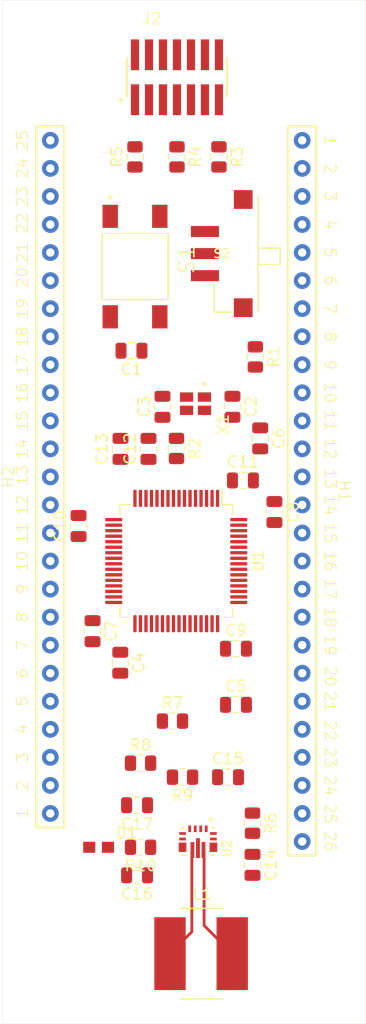
<source format=kicad_pcb>
(kicad_pcb (version 20221018) (generator pcbnew)
  (layers (0 "F.Cu" signal) (31 "B.Cu" signal) (34 "B.Paste" user) (35 "F.Paste" user) (36 "B.SilkS" user "B.Silkscreen") (37 "F.SilkS" user "F.Silkscreen") (38 "B.Mask" user) (39 "F.Mask" user) (44 "Edge.Cuts" user))
  (net 0 "")
  (net 1 "Net-(U1-NRST)")
  (net 2 "GND")
  (net 3 "Net-(U1-PH0)")
  (net 4 "Net-(C3-Pad1)")
  (net 5 "Net-(U1-VCAP_1)")
  (net 6 "Net-(U1-VCAP_2)")
  (net 7 "VDD")
  (net 8 "+VDC")
  (net 9 "Net-(U2-VAUX)")
  (net 10 "Net-(D1-Pad2)")
  (net 11 "Net-(U1-PB7)")
  (net 12 "Net-(U1-PB6)")
  (net 13 "Net-(U1-PB5)")
  (net 14 "Net-(U1-PB4)")
  (net 15 "Net-(U1-PB3)")
  (net 16 "Net-(U1-PB2)")
  (net 17 "Net-(U1-PB1)")
  (net 18 "Net-(U1-PB0)")
  (net 19 "Net-(U1-PA15)")
  (net 20 "Net-(U1-PA14)")
  (net 21 "Net-(U1-PA13)")
  (net 22 "Net-(U1-PA12)")
  (net 23 "Net-(U1-PA11)")
  (net 24 "Net-(U1-PA10)")
  (net 25 "Net-(U1-PA9)")
  (net 26 "Net-(U1-PA8)")
  (net 27 "Net-(U1-PA7)")
  (net 28 "Net-(U1-PA6)")
  (net 29 "Net-(U1-PA5)")
  (net 30 "Net-(U1-PA4)")
  (net 31 "Net-(U1-PA3)")
  (net 32 "Net-(U1-PA2)")
  (net 33 "Net-(U1-PA1)")
  (net 34 "Net-(U1-PA0)")
  (net 35 "Net-(U1-PD2)")
  (net 36 "Net-(U1-PC0)")
  (net 37 "Net-(U1-PC1)")
  (net 38 "Net-(U1-PC2)")
  (net 39 "Net-(U1-PC3)")
  (net 40 "Net-(U1-PC4)")
  (net 41 "Net-(U1-PC5)")
  (net 42 "Net-(U1-PC6)")
  (net 43 "Net-(U1-PC7)")
  (net 44 "Net-(U1-PC8)")
  (net 45 "Net-(U1-PC9)")
  (net 46 "Net-(U1-PC10)")
  (net 47 "Net-(U1-PC11)")
  (net 48 "Net-(U1-PC12)")
  (net 49 "Net-(U1-PC13)")
  (net 50 "Net-(U1-PC14)")
  (net 51 "Net-(U1-PC15)")
  (net 52 "Net-(U1-PB15)")
  (net 53 "Net-(U1-PB14)")
  (net 54 "Net-(U1-PB13)")
  (net 55 "Net-(U1-PB12)")
  (net 56 "Net-(U1-PB11)")
  (net 57 "Net-(U1-PB10)")
  (net 58 "Net-(U1-PB9)")
  (net 59 "Net-(U1-PB8)")
  (net 62 "Net-(J2-Pad03)")
  (net 65 "Net-(J2-Pad13)")
  (net 66 "Net-(J2-Pad14)")
  (net 67 "Net-(U2-L2)")
  (net 68 "Net-(U2-L1)")
  (net 69 "Net-(R1-Pad1)")
  (net 70 "Net-(U1-BOOT0)")
  (net 71 "Net-(U1-PH1)")
  (net 72 "Net-(U2-EN)")
  (net 73 "Net-(U2-FB)")
  (net 74 "Net-(U2-PG)")
  (footprint "Capacitor_SMD:C_0805_2012Metric" (layer "F.Cu") (at 145.37 108.59 90)
    (fp_text reference "C10" (at 0 -1.68 90) (layer "F.SilkS"))
    (fp_text value "100nF")
    (fp_line (start -0.261252 -0.735) (end 0.261252 -0.735) (stroke (width 0.12)) (layer "F.SilkS"))
    (fp_line (start -0.261252 0.735) (end 0.261252 0.735) (stroke (width 0.12)) (layer "F.SilkS"))
    (pad "1" smd roundrect (at -0.95 0 90) (size 1 1.45) (layers "F.Cu" "F.Paste" "F.Mask") (net 7 "VDD"))
    (pad "2" smd roundrect (at 0.95 0 90) (size 1 1.45) (layers "F.Cu" "F.Paste" "F.Mask") (net 2 "GND"))
  )
  (footprint "Resistor_SMD:R_0805_2012Metric" (layer "F.Cu") (at 151 130.065)
    (fp_text reference "R8" (at 0 -1.65) (layer "F.SilkS"))
    (fp_text value "100k")
    (fp_line (start -0.227064 -0.735) (end 0.227064 -0.735) (stroke (width 0.12)) (layer "F.SilkS"))
    (fp_line (start -0.227064 0.735) (end 0.227064 0.735) (stroke (width 0.12)) (layer "F.SilkS"))
    (pad "1" smd roundrect (at -0.9125 0) (size 1.025 1.4) (layers "F.Cu" "F.Paste" "F.Mask") (roundrect_rratio 0.243902) (net 2 "GND"))
    (pad "2" smd roundrect (at 0.9125 0) (size 1.025 1.4) (layers "F.Cu" "F.Paste" "F.Mask") (roundrect_rratio 0.243902) (net 73 "Net-(U2-FB)"))
  )
  (footprint "FTSH-107-01-L-DV-K:SAMTEC_FTSH-107-01-L-DV-K" (layer "F.Cu") (at 154.305 67.945)
    (fp_text reference "J2" (at -2.27 -5.315) (layer "F.SilkS"))
    (fp_text value "STDC14")
    (fp_line (start -4.53 -1.715) (end -4.53 -1.715) (stroke (width 0.2)) (layer "F.SilkS"))
    (fp_line (start -4.53 1.715) (end -4.53 -1.715) (stroke (width 0.2)) (layer "F.SilkS"))
    (fp_line (start -4.53 1.715) (end -4.53 1.715) (stroke (width 0.2)) (layer "F.SilkS"))
    (fp_line (start 4.53 -1.715) (end 4.53 -1.715) (stroke (width 0.2)) (layer "F.SilkS"))
    (fp_line (start 4.53 -1.715) (end 4.53 1.715) (stroke (width 0.2)) (layer "F.SilkS"))
    (fp_line (start 4.53 1.715) (end 4.53 1.715) (stroke (width 0.2)) (layer "F.SilkS"))
    (fp_circle (center -5.095 2.035) (end -4.995 2.035) (stroke (width 0.2)) (fill none) (layer "F.SilkS"))
    (pad "01" smd rect (at -3.81 2.035) (size 0.74 2.79) (layers "F.Cu" "F.Paste" "F.Mask"))
    (pad "02" smd rect (at -3.81 -2.035) (size 0.74 2.79) (layers "F.Cu" "F.Paste" "F.Mask"))
    (pad "03" smd rect (at -2.54 2.035) (size 0.74 2.79) (layers "F.Cu" "F.Paste" "F.Mask") (net 62 "Net-(J2-Pad03)"))
    (pad "04" smd rect (at -2.54 -2.035) (size 0.74 2.79) (layers "F.Cu" "F.Paste" "F.Mask") (net 21 "Net-(U1-PA13)"))
    (pad "05" smd rect (at -1.27 2.035) (size 0.74 2.79) (layers "F.Cu" "F.Paste" "F.Mask") (net 2 "GND"))
    (pad "06" smd rect (at -1.27 -2.035) (size 0.74 2.79) (layers "F.Cu" "F.Paste" "F.Mask") (net 20 "Net-(U1-PA14)"))
    (pad "07" smd rect (at 0 2.035) (size 0.74 2.79) (layers "F.Cu" "F.Paste" "F.Mask") (net 2 "GND"))
    (pad "08" smd rect (at 0 -2.035) (size 0.74 2.79) (layers "F.Cu" "F.Paste" "F.Mask") (net 15 "Net-(U1-PB3)"))
    (pad "09" smd rect (at 1.27 2.035) (size 0.74 2.79) (layers "F.Cu" "F.Paste" "F.Mask"))
    (pad "10" smd rect (at 1.27 -2.035) (size 0.74 2.79) (layers "F.Cu" "F.Paste" "F.Mask"))
    (pad "11" smd rect (at 2.54 2.035) (size 0.74 2.79) (layers "F.Cu" "F.Paste" "F.Mask") (net 2 "GND"))
    (pad "12" smd rect (at 2.54 -2.035) (size 0.74 2.79) (layers "F.Cu" "F.Paste" "F.Mask") (net 1 "Net-(U1-NRST)"))
    (pad "13" smd rect (at 3.81 2.035) (size 0.74 2.79) (layers "F.Cu" "F.Paste" "F.Mask") (net 65 "Net-(J2-Pad13)"))
    (pad "14" smd rect (at 3.81 -2.035) (size 0.74 2.79) (layers "F.Cu" "F.Paste" "F.Mask") (net 66 "Net-(J2-Pad14)"))
  )
  (footprint "Resistor_SMD:R_0805_2012Metric" (layer "F.Cu") (at 151 137.685 180)
    (fp_text reference "R10" (at 0 -1.65) (layer "F.SilkS"))
    (fp_text value "650")
    (fp_line (start -0.227064 -0.735) (end 0.227064 -0.735) (stroke (width 0.12)) (layer "F.SilkS"))
    (fp_line (start -0.227064 0.735) (end 0.227064 0.735) (stroke (width 0.12)) (layer "F.SilkS"))
    (pad "1" smd roundrect (at -0.9125 0 180) (size 1.025 1.4) (layers "F.Cu" "F.Paste" "F.Mask") (roundrect_rratio 0.243902) (net 7 "VDD"))
    (pad "2" smd roundrect (at 0.9125 0 180) (size 1.025 1.4) (layers "F.Cu" "F.Paste" "F.Mask") (roundrect_rratio 0.243902) (net 10 "Net-(D1-Pad2)"))
  )
  (footprint "24_PIN_HEADER:HDRV25" (layer "F.Cu") (at 142.81 104.14 90)
    (fp_text reference "H2" (at 0 -3.81 90 unlocked) (layer "F.SilkS") (effects (font (thickness 0.1))))
    (fp_text value "~")
    (fp_text user "7" (at -15.24 -2.54 90 unlocked) (layer "F.SilkS") (effects (font (thickness 0.1))))
    (fp_text user "5" (at -20.32 -2.54 90 unlocked) (layer "F.SilkS") (effects (font (thickness 0.1))))
    (fp_text user "4" (at -22.86 -2.54 90 unlocked) (layer "F.SilkS") (effects (font (thickness 0.1))))
    (fp_text user "12" (at -2.54 -2.54 90 unlocked) (layer "F.SilkS") (effects (font (thickness 0.1))))
    (fp_text user "14" (at 2.54 -2.54 90 unlocked) (layer "F.SilkS") (effects (font (thickness 0.1))))
    (fp_text user "2" (at -27.94 -2.54 90 unlocked) (layer "F.SilkS") (effects (font (thickness 0.1))))
    (fp_text user "9" (at -10.16 -2.54 90 unlocked) (layer "F.SilkS") (effects (font (thickness 0.1))))
    (fp_text user "11" (at -5.08 -2.54 90 unlocked) (layer "F.SilkS") (effects (font (thickness 0.1))))
    (fp_text user "24" (at 27.94 -2.54 90 unlocked) (layer "F.SilkS") (effects (font (thickness 0.1))))
    (fp_text user "8" (at -12.7 -2.54 90 unlocked) (layer "F.SilkS") (effects (font (thickness 0.1))))
    (fp_text user "16" (at 7.62 -2.54 90 unlocked) (layer "F.SilkS") (effects (font (thickness 0.1))))
    (fp_text user "20" (at 18.042876 -2.554113 90 unlocked) (layer "F.SilkS") (effects (font (thickness 0.1))))
    (fp_text user "25" (at 30.48 -2.54 90 unlocked) (layer "F.SilkS") (effects (font (thickness 0.1))))
    (fp_text user "22" (at 22.972909 -2.554113 90 unlocked) (layer "F.SilkS") (effects (font (thickness 0.1))))
    (fp_text user "10" (at -7.62 -2.54 90 unlocked) (layer "F.SilkS") (effects (font (thickness 0.1))))
    (fp_text user "17" (at 10.16 -2.54 90 unlocked) (layer "F.SilkS") (effects (font (thickness 0.1))))
    (fp_text user "21" (at 20.32 -2.54 90 unlocked) (layer "F.SilkS") (effects (font (thickness 0.1))))
    (fp_text user "19" (at 15.24 -2.54 90 unlocked) (layer "F.SilkS") (effects (font (thickness 0.1))))
    (fp_text user "6" (at -17.78 -2.54 90 unlocked) (layer "F.SilkS") (effects (font (thickness 0.1))))
    (fp_text user "3" (at -25.4 -2.54 90 unlocked) (layer "F.SilkS") (effects (font (thickness 0.1))))
    (fp_text user "18" (at 12.7 -2.54 90 unlocked) (layer "F.SilkS") (effects (font (thickness 0.1))))
    (fp_text user "15" (at 5.08 -2.54 90 unlocked) (layer "F.SilkS") (effects (font (thickness 0.1))))
    (fp_text user "23" (at 25.4 -2.54 90 unlocked) (layer "F.SilkS") (effects (font (thickness 0.1))))
    (fp_text user "13" (at 0.16408 -2.554113 90 unlocked) (layer "F.SilkS") (effects (font (thickness 0.1))))
    (fp_text user "1" (at -30.48 -2.54 90 unlocked) (layer "F.SilkS") (effects (font (thickness 0.1))))
    (fp_line (start -31.75 -1.27) (end 31.75 -1.27) (stroke (width 0.2032)) (layer "F.SilkS"))
    (fp_line (start -31.75 1.27) (end -31.75 -1.27) (stroke (width 0.2032)) (layer "F.SilkS"))
    (fp_line (start 31.75 -1.27) (end 31.75 1.27) (stroke (width 0.2032)) (layer "F.SilkS"))
    (fp_line (start 31.75 1.27) (end -31.75 1.27) (stroke (width 0.2032)) (layer "F.SilkS"))
    (pad "1" thru_hole circle (at -30.48 0 90) (size 1.524 1.524) (drill 0.762) (layers "*.Cu" "*.Mask") (net 35 "Net-(U1-PD2)"))
    (pad "2" thru_hole circle (at -27.94 0 90) (size 1.524 1.524) (drill 0.762) (layers "*.Cu" "*.Mask") (net 36 "Net-(U1-PC0)"))
    (pad "3" thru_hole circle (at -25.4 0 90) (size 1.524 1.524) (drill 0.762) (layers "*.Cu" "*.Mask") (net 37 "Net-(U1-PC1)"))
    (pad "4" thru_hole circle (at -22.86 0 90) (size 1.524 1.524) (drill 0.762) (layers "*.Cu" "*.Mask") (net 38 "Net-(U1-PC2)"))
    (pad "5" thru_hole circle (at -20.32 0 90) (size 1.524 1.524) (drill 0.762) (layers "*.Cu" "*.Mask") (net 39 "Net-(U1-PC3)"))
    (pad "6" thru_hole circle (at -17.78 0 90) (size 1.524 1.524) (drill 0.762) (layers "*.Cu" "*.Mask") (net 40 "Net-(U1-PC4)"))
    (pad "7" thru_hole circle (at -15.24 0 90) (size 1.524 1.524) (drill 0.762) (layers "*.Cu" "*.Mask") (net 41 "Net-(U1-PC5)"))
    (pad "8" thru_hole circle (at -12.7 0 90) (size 1.524 1.524) (drill 0.762) (layers "*.Cu" "*.Mask") (net 42 "Net-(U1-PC6)"))
    (pad "9" thru_hole circle (at -10.16 0 90) (size 1.524 1.524) (drill 0.762) (layers "*.Cu" "*.Mask") (net 43 "Net-(U1-PC7)"))
    (pad "10" thru_hole circle (at -7.62 0 90) (size 1.524 1.524) (drill 0.762) (layers "*.Cu" "*.Mask") (net 44 "Net-(U1-PC8)"))
    (pad "11" thru_hole circle (at -5.08 0 90) (size 1.524 1.524) (drill 0.762) (layers "*.Cu" "*.Mask") (net 45 "Net-(U1-PC9)"))
    (pad "12" thru_hole circle (at -2.54 0 90) (size 1.524 1.524) (drill 0.762) (layers "*.Cu" "*.Mask") (net 46 "Net-(U1-PC10)"))
    (pad "13" thru_hole circle (at 0 0 90) (size 1.524 1.524) (drill 0.762) (layers "*.Cu" "*.Mask") (net 47 "Net-(U1-PC11)"))
    (pad "14" thru_hole circle (at 2.54 0 90) (size 1.524 1.524) (drill 0.762) (layers "*.Cu" "*.Mask") (net 48 "Net-(U1-PC12)"))
    (pad "15" thru_hole circle (at 5.08 0 90) (size 1.524 1.524) (drill 0.762) (layers "*.Cu" "*.Mask") (net 49 "Net-(U1-PC13)"))
    (pad "16" thru_hole circle (at 7.62 0 90) (size 1.524 1.524) (drill 0.762) (layers "*.Cu" "*.Mask") (net 50 "Net-(U1-PC14)"))
    (pad "17" thru_hole circle (at 10.16 0 90) (size 1.524 1.524) (drill 0.762) (layers "*.Cu" "*.Mask") (net 51 "Net-(U1-PC15)"))
    (pad "18" thru_hole circle (at 12.7 0 90) (size 1.524 1.524) (drill 0.762) (layers "*.Cu" "*.Mask") (net 52 "Net-(U1-PB15)"))
    (pad "19" thru_hole circle (at 15.24 0 90) (size 1.524 1.524) (drill 0.762) (layers "*.Cu" "*.Mask") (net 53 "Net-(U1-PB14)"))
    (pad "20" thru_hole circle (at 17.78 0 90) (size 1.524 1.524) (drill 0.762) (layers "*.Cu" "*.Mask") (net 54 "Net-(U1-PB13)"))
    (pad "21" thru_hole circle (at 20.32 0 90) (size 1.524 1.524) (drill 0.762) (layers "*.Cu" "*.Mask") (net 55 "Net-(U1-PB12)"))
    (pad "22" thru_hole circle (at 22.86 0 90) (size 1.524 1.524) (drill 0.762) (layers "*.Cu" "*.Mask") (net 56 "Net-(U1-PB11)"))
    (pad "23" thru_hole circle (at 25.4 0 90) (size 1.524 1.524) (drill 0.762) (layers "*.Cu" "*.Mask") (net 57 "Net-(U1-PB10)"))
    (pad "24" thru_hole circle (at 27.94 0 90) (size 1.524 1.524) (drill 0.762) (layers "*.Cu" "*.Mask") (net 58 "Net-(U1-PB9)"))
    (pad "25" thru_hole circle (at 30.48 0 90) (size 1.524 1.524) (drill 0.762) (layers "*.Cu" "*.Mask") (net 59 "Net-(U1-PB8)"))
  )
  (footprint "Resistor_SMD:R_0805_2012Metric" (layer "F.Cu") (at 150.495 75.1575 90)
    (fp_text reference "R5" (at 0 -1.65 90) (layer "F.SilkS"))
    (fp_text value "0")
    (fp_line (start -0.227064 -0.735) (end 0.227064 -0.735) (stroke (width 0.12)) (layer "F.SilkS"))
    (fp_line (start -0.227064 0.735) (end 0.227064 0.735) (stroke (width 0.12)) (layer "F.SilkS"))
    (pad "1" smd roundrect (at -0.9125 0 90) (size 1.025 1.4) (layers "F.Cu" "F.Paste" "F.Mask") (roundrect_rratio 0.243902) (net 7 "VDD"))
    (pad "2" smd roundrect (at 0.9125 0 90) (size 1.025 1.4) (layers "F.Cu" "F.Paste" "F.Mask") (roundrect_rratio 0.243902) (net 62 "Net-(J2-Pad03)"))
  )
  (footprint "24_PIN_HEADER:HDRV26" (layer "F.Cu") (at 165.67 105.41 -90)
    (fp_text reference "H1" (at 0 -3.81 -90 unlocked) (layer "F.SilkS") (effects (font (thickness 0.1))))
    (fp_text value "~")
    (fp_text user "18" (at 11.43 -2.54 -90 unlocked) (layer "F.SilkS") (effects (font (thickness 0.1))))
    (fp_text user "3" (at -26.67 -2.54 -90 unlocked) (layer "F.SilkS") (effects (font (thickness 0.1))))
    (fp_text user "7" (at -16.51 -2.54 -90 unlocked) (layer "F.SilkS") (effects (font (thickness 0.1))))
    (fp_text user "5" (at -21.59 -2.54 -90 unlocked) (layer "F.SilkS") (effects (font (thickness 0.1))))
    (fp_text user "11" (at -6.35 -2.54 -90 unlocked) (layer "F.SilkS") (effects (font (thickness 0.1))))
    (fp_text user "24" (at 26.67 -2.54 -90 unlocked) (layer "F.SilkS") (effects (font (thickness 0.1))))
    (fp_text user "23" (at 24.13 -2.54 -90 unlocked) (layer "F.SilkS") (effects (font (thickness 0.1))))
    (fp_text user "1" (at -31.75 -2.54 -90 unlocked) (layer "F.SilkS") (effects (font (thickness 0.1))))
    (fp_text user "16" (at 6.35 -2.54 -90 unlocked) (layer "F.SilkS") (effects (font (thickness 0.1))))
    (fp_text user "4" (at -24.13 -2.54 -90 unlocked) (layer "F.SilkS") (effects (font (thickness 0.1))))
    (fp_text user "22" (at 21.702909 -2.554113 -90 unlocked) (layer "F.SilkS") (effects (font (thickness 0.1))))
    (fp_text user "14" (at 1.27 -2.54 -90 unlocked) (layer "F.SilkS") (effects (font (thickness 0.1))))
    (fp_text user "17" (at 8.89 -2.54 -90 unlocked) (layer "F.SilkS") (effects (font (thickness 0.1))))
    (fp_text user "25" (at 29.21 -2.54 -90 unlocked) (layer "F.SilkS") (effects (font (thickness 0.1))))
    (fp_text user "13" (at -1.10592 -2.554113 -90 unlocked) (layer "F.SilkS") (effects (font (thickness 0.1))))
    (fp_text user "8" (at -13.97 -2.54 -90 unlocked) (layer "F.SilkS") (effects (font (thickness 0.1))))
    (fp_text user "12" (at -3.81 -2.54 -90 unlocked) (layer "F.SilkS") (effects (font (thickness 0.1))))
    (fp_text user "20" (at 16.772876 -2.554113 -90 unlocked) (layer "F.SilkS") (effects (font (thickness 0.1))))
    (fp_text user "21" (at 19.05 -2.54 -90 unlocked) (layer "F.SilkS") (effects (font (thickness 0.1))))
    (fp_text user "15" (at 3.81 -2.54 -90 unlocked) (layer "F.SilkS") (effects (font (thickness 0.1))))
    (fp_text user "26" (at 31.75 -2.54 -90 unlocked) (layer "F.SilkS") (effects (font (thickness 0.1))))
    (fp_text user "19" (at 13.97 -2.54 -90 unlocked) (layer "F.SilkS") (effects (font (thickness 0.1))))
    (fp_text user "10" (at -8.89 -2.54 -90 unlocked) (layer "F.SilkS") (effects (font (thickness 0.1))))
    (fp_text user "9" (at -11.43 -2.54 -90 unlocked) (layer "F.SilkS") (effects (font (thickness 0.1))))
    (fp_text user "2" (at -29.21 -2.54 -90 unlocked) (layer "F.SilkS") (effects (font (thickness 0.1))))
    (fp_text user "6" (at -19.05 -2.54 -90 unlocked) (layer "F.SilkS") (effects (font (thickness 0.1))))
    (fp_line (start -33.02 -1.27) (end 33.02 -1.27) (stroke (width 0.2032)) (layer "F.SilkS"))
    (fp_line (start -33.02 1.27) (end -33.02 -1.27) (stroke (width 0.2032)) (layer "F.SilkS"))
    (fp_line (start 33.02 -1.27) (end 33.02 1.27) (stroke (width 0.2032)) (layer "F.SilkS"))
    (fp_line (start 33.02 1.27) (end -33.02 1.27) (stroke (width 0.2032)) (layer "F.SilkS"))
    (pad "1" thru_hole circle (at -31.75 0 270) (size 1.524 1.524) (drill 0.762) (layers "*.Cu" "*.Mask") (net 2 "GND"))
    (pad "2" thru_hole circle (at -29.21 0 270) (size 1.524 1.524) (drill 0.762) (layers "*.Cu" "*.Mask") (net 11 "Net-(U1-PB7)"))
    (pad "3" thru_hole circle (at -26.67 0 270) (size 1.524 1.524) (drill 0.762) (layers "*.Cu" "*.Mask") (net 12 "Net-(U1-PB6)"))
    (pad "4" thru_hole circle (at -24.13 0 270) (size 1.524 1.524) (drill 0.762) (layers "*.Cu" "*.Mask") (net 13 "Net-(U1-PB5)"))
    (pad "5" thru_hole circle (at -21.59 0 270) (size 1.524 1.524) (drill 0.762) (layers "*.Cu" "*.Mask") (net 14 "Net-(U1-PB4)"))
    (pad "6" thru_hole circle (at -19.05 0 270) (size 1.524 1.524) (drill 0.762) (layers "*.Cu" "*.Mask") (net 15 "Net-(U1-PB3)"))
    (pad "7" thru_hole circle (at -16.51 0 270) (size 1.524 1.524) (drill 0.762) (layers "*.Cu" "*.Mask") (net 16 "Net-(U1-PB2)"))
    (pad "8" thru_hole circle (at -13.97 0 270) (size 1.524 1.524) (drill 0.762) (layers "*.Cu" "*.Mask") (net 17 "Net-(U1-PB1)"))
    (pad "9" thru_hole circle (at -11.43 0 270) (size 1.524 1.524) (drill 0.762) (layers "*.Cu" "*.Mask") (net 18 "Net-(U1-PB0)"))
    (pad "10" thru_hole circle (at -8.89 0 270) (size 1.524 1.524) (drill 0.762) (layers "*.Cu" "*.Mask") (net 19 "Net-(U1-PA15)"))
    (pad "11" thru_hole circle (at -6.35 0 270) (size 1.524 1.524) (drill 0.762) (layers "*.Cu" "*.Mask") (net 20 "Net-(U1-PA14)"))
    (pad "12" thru_hole circle (at -3.81 0 270) (size 1.524 1.524) (drill 0.762) (layers "*.Cu" "*.Mask") (net 21 "Net-(U1-PA13)"))
    (pad "13" thru_hole circle (at -1.27 0 270) (size 1.524 1.524) (drill 0.762) (layers "*.Cu" "*.Mask") (net 22 "Net-(U1-PA12)"))
    (pad "14" thru_hole circle (at 1.27 0 270) (size 1.524 1.524) (drill 0.762) (layers "*.Cu" "*.Mask") (net 23 "Net-(U1-PA11)"))
    (pad "15" thru_hole circle (at 3.81 0 270) (size 1.524 1.524) (drill 0.762) (layers "*.Cu" "*.Mask") (net 24 "Net-(U1-PA10)"))
    (pad "16" thru_hole circle (at 6.35 0 270) (size 1.524 1.524) (drill 0.762) (layers "*.Cu" "*.Mask") (net 25 "Net-(U1-PA9)"))
    (pad "17" thru_hole circle (at 8.89 0 270) (size 1.524 1.524) (drill 0.762) (layers "*.Cu" "*.Mask") (net 26 "Net-(U1-PA8)"))
    (pad "18" thru_hole circle (at 11.43 0 270) (size 1.524 1.524) (drill 0.762) (layers "*.Cu" "*.Mask") (net 27 "Net-(U1-PA7)"))
    (pad "19" thru_hole circle (at 13.97 0 270) (size 1.524 1.524) (drill 0.762) (layers "*.Cu" "*.Mask") (net 28 "Net-(U1-PA6)"))
    (pad "20" thru_hole circle (at 16.51 0 270) (size 1.524 1.524) (drill 0.762) (layers "*.Cu" "*.Mask") (net 29 "Net-(U1-PA5)"))
    (pad "21" thru_hole circle (at 19.05 0 270) (size 1.524 1.524) (drill 0.762) (layers "*.Cu" "*.Mask") (net 30 "Net-(U1-PA4)"))
    (pad "22" thru_hole circle (at 21.59 0 270) (size 1.524 1.524) (drill 0.762) (layers "*.Cu" "*.Mask") (net 31 "Net-(U1-PA3)"))
    (pad "23" thru_hole circle (at 24.13 0 270) (size 1.524 1.524) (drill 0.762) (layers "*.Cu" "*.Mask") (net 32 "Net-(U1-PA2)"))
    (pad "24" thru_hole circle (at 26.67 0 270) (size 1.524 1.524) (drill 0.762) (layers "*.Cu" "*.Mask") (net 33 "Net-(U1-PA1)"))
    (pad "25" thru_hole circle (at 29.21 0 270) (size 1.524 1.524) (drill 0.762) (layers "*.Cu" "*.Mask") (net 34 "Net-(U1-PA0)"))
    (pad "26" thru_hole circle (at 31.75 0 270) (size 1.524 1.524) (drill 0.762) (layers "*.Cu" "*.Mask") (net 8 "+VDC"))
  )
  (footprint "Capacitor_SMD:C_0805_2012Metric" (layer "F.Cu") (at 152.99 97.79 90)
    (fp_text reference "C3" (at 0 -1.68 90) (layer "F.SilkS"))
    (fp_text value "14pF")
    (fp_line (start -0.261252 -0.735) (end 0.261252 -0.735) (stroke (width 0.12)) (layer "F.SilkS"))
    (fp_line (start -0.261252 0.735) (end 0.261252 0.735) (stroke (width 0.12)) (layer "F.SilkS"))
    (pad "1" smd roundrect (at -0.95 0 90) (size 1 1.45) (layers "F.Cu" "F.Paste" "F.Mask") (net 4 "Net-(C3-Pad1)"))
    (pad "2" smd roundrect (at 0.95 0 90) (size 1 1.45) (layers "F.Cu" "F.Paste" "F.Mask") (net 2 "GND"))
  )
  (footprint "Capacitor_SMD:C_0805_2012Metric" (layer "F.Cu") (at 161.16 139.275 -90)
    (fp_text reference "C14" (at 0 -1.68 90) (layer "F.SilkS"))
    (fp_text value "22uF")
    (fp_line (start -0.261252 -0.735) (end 0.261252 -0.735) (stroke (width 0.12)) (layer "F.SilkS"))
    (fp_line (start -0.261252 0.735) (end 0.261252 0.735) (stroke (width 0.12)) (layer "F.SilkS"))
    (pad "1" smd roundrect (at -0.95 0 270) (size 1 1.45) (layers "F.Cu" "F.Paste" "F.Mask") (net 8 "+VDC"))
    (pad "2" smd roundrect (at 0.95 0 270) (size 1 1.45) (layers "F.Cu" "F.Paste" "F.Mask") (net 2 "GND"))
  )
  (footprint "Capacitor_SMD:C_0805_2012Metric" (layer "F.Cu") (at 161.86 100.65 -90)
    (fp_text reference "C6" (at 0 -1.68 90) (layer "F.SilkS"))
    (fp_text value "10uF")
    (fp_line (start -0.261252 -0.735) (end 0.261252 -0.735) (stroke (width 0.12)) (layer "F.SilkS"))
    (fp_line (start -0.261252 0.735) (end 0.261252 0.735) (stroke (width 0.12)) (layer "F.SilkS"))
    (pad "1" smd roundrect (at -0.95 0 270) (size 1 1.45) (layers "F.Cu" "F.Paste" "F.Mask") (net 7 "VDD"))
    (pad "2" smd roundrect (at 0.95 0 270) (size 1 1.45) (layers "F.Cu" "F.Paste" "F.Mask") (net 2 "GND"))
  )
  (footprint "ABM10W-25.0000MHZ-7-D1X-T3:XTAL_ABM10W-25.0000MHZ-7-D1X-T3" (layer "F.Cu") (at 155.988 97.51 -90)
    (fp_text reference "X1" (at 1.9 -2.498 90) (layer "F.SilkS"))
    (fp_text value "25MHz")
    (fp_circle (center -1.775 -0.812) (end -1.675 -0.812) (stroke (width 0.2)) (fill none) (layer "F.SilkS"))
    (pad "1" smd rect (at -0.6 -0.812 270) (size 0.85 1.2) (layers "F.Cu" "F.Paste" "F.Mask") (net 3 "Net-(U1-PH0)"))
    (pad "2" smd rect (at -0.6 0.812 270) (size 0.85 1.2) (layers "F.Cu" "F.Paste" "F.Mask") (net 2 "GND"))
    (pad "3" smd rect (at 0.6 0.812 270) (size 0.85 1.2) (layers "F.Cu" "F.Paste" "F.Mask") (net 4 "Net-(C3-Pad1)"))
    (pad "4" smd rect (at 0.6 -0.812 270) (size 0.85 1.2) (layers "F.Cu" "F.Paste" "F.Mask") (net 2 "GND"))
  )
  (footprint "Capacitor_SMD:C_0805_2012Metric" (layer "F.Cu") (at 151.72 101.6 90)
    (fp_text reference "C12" (at 0 -1.68 90) (layer "F.SilkS"))
    (fp_text value "1uF")
    (fp_line (start -0.261252 -0.735) (end 0.261252 -0.735) (stroke (width 0.12)) (layer "F.SilkS"))
    (fp_line (start -0.261252 0.735) (end 0.261252 0.735) (stroke (width 0.12)) (layer "F.SilkS"))
    (pad "1" smd roundrect (at -0.95 0 90) (size 1 1.45) (layers "F.Cu" "F.Paste" "F.Mask") (net 7 "VDD"))
    (pad "2" smd roundrect (at 0.95 0 90) (size 1 1.45) (layers "F.Cu" "F.Paste" "F.Mask") (net 2 "GND"))
  )
  (footprint "Resistor_SMD:R_0805_2012Metric" (layer "F.Cu") (at 158.115 75.1575 -90)
    (fp_text reference "R3" (at 0 -1.65 90) (layer "F.SilkS"))
    (fp_text value "0")
    (fp_line (start -0.227064 -0.735) (end 0.227064 -0.735) (stroke (width 0.12)) (layer "F.SilkS"))
    (fp_line (start -0.227064 0.735) (end 0.227064 0.735) (stroke (width 0.12)) (layer "F.SilkS"))
    (pad "1" smd roundrect (at -0.9125 0 270) (size 1.025 1.4) (layers "F.Cu" "F.Paste" "F.Mask") (roundrect_rratio 0.243902) (net 66 "Net-(J2-Pad14)"))
    (pad "2" smd roundrect (at 0.9125 0 270) (size 1.025 1.4) (layers "F.Cu" "F.Paste" "F.Mask") (roundrect_rratio 0.243902) (net 46 "Net-(U1-PC10)"))
  )
  (footprint "Resistor_SMD:R_0805_2012Metric" (layer "F.Cu") (at 153.8975 126.255)
    (fp_text reference "R7" (at 0 -1.65) (layer "F.SilkS"))
    (fp_text value "309k")
    (fp_line (start -0.227064 -0.735) (end 0.227064 -0.735) (stroke (width 0.12)) (layer "F.SilkS"))
    (fp_line (start -0.227064 0.735) (end 0.227064 0.735) (stroke (width 0.12)) (layer "F.SilkS"))
    (pad "1" smd roundrect (at -0.9125 0) (size 1.025 1.4) (layers "F.Cu" "F.Paste" "F.Mask") (roundrect_rratio 0.243902) (net 73 "Net-(U2-FB)"))
    (pad "2" smd roundrect (at 0.9125 0) (size 1.025 1.4) (layers "F.Cu" "F.Paste" "F.Mask") (roundrect_rratio 0.243902) (net 7 "VDD"))
  )
  (footprint "Capacitor_SMD:C_0805_2012Metric" (layer "F.Cu") (at 146.64 118.11 -90)
    (fp_text reference "C7" (at 0 -1.68 90) (layer "F.SilkS"))
    (fp_text value "100nF")
    (fp_line (start -0.261252 -0.735) (end 0.261252 -0.735) (stroke (width 0.12)) (layer "F.SilkS"))
    (fp_line (start -0.261252 0.735) (end 0.261252 0.735) (stroke (width 0.12)) (layer "F.SilkS"))
    (pad "1" smd roundrect (at -0.95 0 270) (size 1 1.45) (layers "F.Cu" "F.Paste" "F.Mask") (net 7 "VDD"))
    (pad "2" smd roundrect (at 0.95 0 270) (size 1 1.45) (layers "F.Cu" "F.Paste" "F.Mask") (net 2 "GND"))
  )
  (footprint "Capacitor_SMD:C_0805_2012Metric" (layer "F.Cu") (at 150.175 92.71 180)
    (fp_text reference "C1" (at 0 -1.68) (layer "F.SilkS"))
    (fp_text value "100nF")
    (fp_line (start -0.261252 -0.735) (end 0.261252 -0.735) (stroke (width 0.12)) (layer "F.SilkS"))
    (fp_line (start -0.261252 0.735) (end 0.261252 0.735) (stroke (width 0.12)) (layer "F.SilkS"))
    (pad "1" smd roundrect (at -0.95 0 180) (size 1 1.45) (layers "F.Cu" "F.Paste" "F.Mask") (net 1 "Net-(U1-NRST)"))
    (pad "2" smd roundrect (at 0.95 0 180) (size 1 1.45) (layers "F.Cu" "F.Paste" "F.Mask") (net 2 "GND"))
  )
  (footprint "LTST-C191KGKT:0603" (layer "F.Cu") (at 147.19 137.685)
    (fp_text reference "D1" (at 2.544576 -1.272294) (layer "F.SilkS") (effects (font (size 1.001803 1.001803))))
    (fp_text value "LTST-C191KGKT")
    (pad "1" smd rect (at -0.85 0) (size 1.1 1) (layers "F.Cu" "F.Paste" "F.Mask") (net 2 "GND"))
    (pad "2" smd rect (at 0.85 0) (size 1.1 1) (layers "F.Cu" "F.Paste" "F.Mask") (net 10 "Net-(D1-Pad2)"))
  )
  (footprint "Capacitor_SMD:C_0805_2012Metric" (layer "F.Cu") (at 149.16 120.97 -90)
    (fp_text reference "C4" (at 0 -1.68 90) (layer "F.SilkS"))
    (fp_text value "2.2uF")
    (fp_line (start -0.261252 -0.735) (end 0.261252 -0.735) (stroke (width 0.12)) (layer "F.SilkS"))
    (fp_line (start -0.261252 0.735) (end 0.261252 0.735) (stroke (width 0.12)) (layer "F.SilkS"))
    (pad "1" smd roundrect (at -0.95 0 270) (size 1 1.45) (layers "F.Cu" "F.Paste" "F.Mask") (net 5 "Net-(U1-VCAP_1)"))
    (pad "2" smd roundrect (at 0.95 0 270) (size 1 1.45) (layers "F.Cu" "F.Paste" "F.Mask") (net 2 "GND"))
  )
  (footprint "Capacitor_SMD:C_0805_2012Metric" (layer "F.Cu") (at 160.29 104.46)
    (fp_text reference "C11" (at 0 -1.68) (layer "F.SilkS"))
    (fp_text value "100nF")
    (fp_line (start -0.261252 -0.735) (end 0.261252 -0.735) (stroke (width 0.12)) (layer "F.SilkS"))
    (fp_line (start -0.261252 0.735) (end 0.261252 0.735) (stroke (width 0.12)) (layer "F.SilkS"))
    (pad "1" smd roundrect (at -0.95 0) (size 1 1.45) (layers "F.Cu" "F.Paste" "F.Mask") (net 7 "VDD"))
    (pad "2" smd roundrect (at 0.95 0) (size 1 1.45) (layers "F.Cu" "F.Paste" "F.Mask") (net 2 "GND"))
  )
  (footprint "Capacitor_SMD:C_0805_2012Metric" (layer "F.Cu") (at 159.34 97.79 -90)
    (fp_text reference "C2" (at 0 -1.68 90) (layer "F.SilkS"))
    (fp_text value "14pF")
    (fp_line (start -0.261252 -0.735) (end 0.261252 -0.735) (stroke (width 0.12)) (layer "F.SilkS"))
    (fp_line (start -0.261252 0.735) (end 0.261252 0.735) (stroke (width 0.12)) (layer "F.SilkS"))
    (pad "1" smd roundrect (at -0.95 0 270) (size 1 1.45) (layers "F.Cu" "F.Paste" "F.Mask") (net 3 "Net-(U1-PH0)"))
    (pad "2" smd roundrect (at 0.95 0 270) (size 1 1.45) (layers "F.Cu" "F.Paste" "F.Mask") (net 2 "GND"))
  )
  (footprint "Resistor_SMD:R_0805_2012Metric" (layer "F.Cu") (at 161.16 135.5025 -90)
    (fp_text reference "R6" (at 0 -1.65 90) (layer "F.SilkS"))
    (fp_text value "10k")
    (fp_line (start -0.227064 -0.735) (end 0.227064 -0.735) (stroke (width 0.12)) (layer "F.SilkS"))
    (fp_line (start -0.227064 0.735) (end 0.227064 0.735) (stroke (width 0.12)) (layer "F.SilkS"))
    (pad "1" smd roundrect (at -0.9125 0 270) (size 1.025 1.4) (layers "F.Cu" "F.Paste" "F.Mask") (roundrect_rratio 0.243902) (net 8 "+VDC"))
    (pad "2" smd roundrect (at 0.9125 0 270) (size 1.025 1.4) (layers "F.Cu" "F.Paste" "F.Mask") (roundrect_rratio 0.243902) (net 72 "Net-(U2-EN)"))
  )
  (footprint "Capacitor_SMD:C_0805_2012Metric" (layer "F.Cu") (at 159.66 119.7)
    (fp_text reference "C9" (at 0 -1.68) (layer "F.SilkS"))
    (fp_text value "100nF")
    (fp_line (start -0.261252 -0.735) (end 0.261252 -0.735) (stroke (width 0.12)) (layer "F.SilkS"))
    (fp_line (start -0.261252 0.735) (end 0.261252 0.735) (stroke (width 0.12)) (layer "F.SilkS"))
    (pad "1" smd roundrect (at -0.95 0) (size 1 1.45) (layers "F.Cu" "F.Paste" "F.Mask") (net 7 "VDD"))
    (pad "2" smd roundrect (at 0.95 0) (size 1 1.45) (layers "F.Cu" "F.Paste" "F.Mask") (net 2 "GND"))
  )
  (footprint "Resistor_SMD:R_0805_2012Metric" (layer "F.Cu") (at 154.81 131.335 180)
    (fp_text reference "R9" (at 0 -1.65) (layer "F.SilkS"))
    (fp_text value "100k")
    (fp_line (start -0.227064 -0.735) (end 0.227064 -0.735) (stroke (width 0.12)) (layer "F.SilkS"))
    (fp_line (start -0.227064 0.735) (end 0.227064 0.735) (stroke (width 0.12)) (layer "F.SilkS"))
    (pad "1" smd roundrect (at -0.9125 0 180) (size 1.025 1.4) (layers "F.Cu" "F.Paste" "F.Mask") (roundrect_rratio 0.243902) (net 74 "Net-(U2-PG)"))
    (pad "2" smd roundrect (at 0.9125 0 180) (size 1.025 1.4) (layers "F.Cu" "F.Paste" "F.Mask") (roundrect_rratio 0.243902) (net 7 "VDD"))
  )
  (footprint "Resistor_SMD:R_0805_2012Metric" (layer "F.Cu") (at 161.42 93.2725 -90)
    (fp_text reference "R1" (at 0 -1.65 90) (layer "F.SilkS"))
    (fp_text value "10k")
    (fp_line (start -0.227064 -0.735) (end 0.227064 -0.735) (stroke (width 0.12)) (layer "F.SilkS"))
    (fp_line (start -0.227064 0.735) (end 0.227064 0.735) (stroke (width 0.12)) (layer "F.SilkS"))
    (pad "1" smd roundrect (at -0.9125 0 270) (size 1.025 1.4) (layers "F.Cu" "F.Paste" "F.Mask") (roundrect_rratio 0.243902) (net 69 "Net-(R1-Pad1)"))
    (pad "2" smd roundrect (at 0.9125 0 270) (size 1.025 1.4) (layers "F.Cu" "F.Paste" "F.Mask") (roundrect_rratio 0.243902) (net 70 "Net-(U1-BOOT0)"))
  )
  (footprint "TPS63070RNMR:VREG_TPS63070RNMR" (layer "F.Cu") (at 156.21 137.16 -90)
    (fp_text reference "U2" (at 0.64 -2.608 90) (layer "F.SilkS") (effects (font (size 0.8 0.8))))
    (fp_text value "TPS63070RNMR")
    (fp_line (start -1.25 -1.5) (end -1.25 -1.195) (stroke (width 0.127)) (layer "F.SilkS"))
    (fp_line (start -1.25 1.5) (end -1.25 1.195) (stroke (width 0.127)) (layer "F.SilkS"))
    (fp_line (start -1.17 -1.5) (end -1.25 -1.5) (stroke (width 0.127)) (layer "F.SilkS"))
    (fp_line (start -1.17 1.5) (end -1.25 1.5) (stroke (width 0.127)) (layer "F.SilkS"))
    (fp_line (start 1.17 -1.5) (end 1.25 -1.5) (stroke (width 0.127)) (layer "F.SilkS"))
    (fp_line (start 1.25 -1.5) (end 1.25 -0.995) (stroke (width 0.127)) (layer "F.SilkS"))
    (fp_line (start 1.25 0.995) (end 1.25 1.5) (stroke (width 0.127)) (layer "F.SilkS"))
    (fp_line (start 1.25 1.5) (end 1.17 1.5) (stroke (width 0.127)) (layer "F.SilkS"))
    (fp_circle (center -2 -1.15) (end -1.9 -1.15) (stroke (width 0.2)) (fill none) (layer "F.SilkS"))
    (pad "1" smd roundrect (at -1.15 -0.75 270) (size 0.6 0.25) (layers "F.Cu" "F.Paste") (roundrect_rratio 0.01) (net 8 "+VDC"))
    (pad "2" smd roundrect (at -1.15 -0.25 270) (size 0.6 0.25) (layers "F.Cu" "F.Paste") (roundrect_rratio 0.01) (net 74 "Net-(U2-PG)"))
    (pad "3" smd roundrect (at -1.15 0.25 270) (size 0.6 0.25) (layers "F.Cu" "F.Paste") (roundrect_rratio 0.01) (net 9 "Net-(U2-VAUX)"))
    (pad "4" smd roundrect (at -1.15 0.75 270) (size 0.6 0.25) (layers "F.Cu" "F.Paste") (roundrect_rratio 0.01) (net 2 "GND"))
    (pad "5" smd roundrect (at -0.725 1.4 270) (size 0.25 0.6) (layers "F.Cu" "F.Paste") (roundrect_rratio 0.01) (net 73 "Net-(U2-FB)"))
    (pad "6" smd roundrect (at -0.225 1.4 270) (size 0.25 0.6) (layers "F.Cu" "F.Paste") (roundrect_rratio 0.01) (net 2 "GND"))
    (pad "7_8" smd roundrect (at 0.525 1.4 270) (size 0.85 0.7) (layers "F.Cu") (roundrect_rratio 0.02) (net 7 "VDD"))
    (pad "9" smd roundrect (at 0.775 0.5 270) (size 1.45 0.35) (layers "F.Cu") (roundrect_rratio 0.01) (net 67 "Net-(U2-L2)"))
    (pad "10" smd roundrect (at 0.6 0 270) (size 1.8 0.35) (layers "F.Cu") (roundrect_rratio 0.01) (net 2 "GND"))
    (pad "11" smd roundrect (at 0.775 -0.5 270) (size 1.45 0.35) (layers "F.Cu") (roundrect_rratio 0.01) (net 68 "Net-(U2-L1)"))
    (pad "12_13" smd roundrect (at 0.525 -1.4 270) (size 0.85 0.7) (layers "F.Cu") (roundrect_rratio 0.02) (net 8 "+VDC"))
    (pad "14" smd roundrect (at -0.225 -1.4 270) (size 0.25 0.6) (layers "F.Cu" "F.Paste") (roundrect_rratio 0.01) (net 72 "Net-(U2-EN)"))
    (pad "15" smd roundrect (at -0.725 -1.4 270) (size 0.25 0.6) (layers "F.Cu" "F.Paste") (roundrect_rratio 0.01) (net 2 "GND"))
  )
  (footprint "Capacitor_SMD:C_0805_2012Metric" (layer "F.Cu") (at 158.94 131.335)
    (fp_text reference "C15" (at 0 -1.68) (layer "F.SilkS"))
    (fp_text value "100nF")
    (fp_line (start -0.261252 -0.735) (end 0.261252 -0.735) (stroke (width 0.12)) (layer "F.SilkS"))
    (fp_line (start -0.261252 0.735) (end 0.261252 0.735) (stroke (width 0.12)) (layer "F.SilkS"))
    (pad "1" smd roundrect (at -0.95 0) (size 1 1.45) (layers "F.Cu" "F.Paste" "F.Mask") (net 9 "Net-(U2-VAUX)"))
    (pad "2" smd roundrect (at 0.95 0) (size 1 1.45) (layers "F.Cu" "F.Paste" "F.Mask") (net 2 "GND"))
  )
  (footprint "TL3301AF160QG:SW_TL3301AF160QG" (layer "F.Cu") (at 150.495 85.09 -90)
    (fp_text reference "S1" (at -0.635 -4.699 90) (layer "F.SilkS") (effects (font (size 1.4 1.4))))
    (fp_text value "RESET")
    (fp_line (start -3 -3) (end -3 3) (stroke (width 0.127)) (layer "F.SilkS"))
    (fp_line (start -3 3) (end 3 3) (stroke (width 0.127)) (layer "F.SilkS"))
    (fp_line (start 3 -3) (end -3 -3) (stroke (width 0.127)) (layer "F.SilkS"))
    (fp_line (start 3 3) (end 3 -3) (stroke (width 0.127)) (layer "F.SilkS"))
    (fp_circle (center -6.25 2.25) (end -6.15 2.25) (stroke (width 0.2)) (fill none) (layer "F.SilkS"))
    (pad "1" smd rect (at -4.55 2.25 270) (size 2.1 1.4) (layers "F.Cu" "F.Paste" "F.Mask") (net 2 "GND"))
    (pad "2" smd rect (at 4.55 2.25 270) (size 2.1 1.4) (layers "F.Cu" "F.Paste" "F.Mask") (net 2 "GND"))
    (pad "3" smd rect (at -4.55 -2.25 270) (size 2.1 1.4) (layers "F.Cu" "F.Paste" "F.Mask") (net 1 "Net-(U1-NRST)"))
    (pad "4" smd rect (at 4.55 -2.25 270) (size 2.1 1.4) (layers "F.Cu" "F.Paste" "F.Mask") (net 1 "Net-(U1-NRST)"))
  )
  (footprint "Capacitor_SMD:C_0805_2012Metric" (layer "F.Cu") (at 159.66 124.78)
    (fp_text reference "C5" (at 0 -1.68) (layer "F.SilkS"))
    (fp_text value "2.2uF")
    (fp_line (start -0.261252 -0.735) (end 0.261252 -0.735) (stroke (width 0.12)) (layer "F.SilkS"))
    (fp_line (start -0.261252 0.735) (end 0.261252 0.735) (stroke (width 0.12)) (layer "F.SilkS"))
    (pad "1" smd roundrect (at -0.95 0) (size 1 1.45) (layers "F.Cu" "F.Paste" "F.Mask") (net 6 "Net-(U1-VCAP_2)"))
    (pad "2" smd roundrect (at 0.95 0) (size 1 1.45) (layers "F.Cu" "F.Paste" "F.Mask") (net 2 "GND"))
  )
  (footprint "Resistor_SMD:R_0805_2012Metric" (layer "F.Cu") (at 154.305 75.1575 -90)
    (fp_text reference "R4" (at 0 -1.65 90) (layer "F.SilkS"))
    (fp_text value "0")
    (fp_line (start -0.227064 -0.735) (end 0.227064 -0.735) (stroke (width 0.12)) (layer "F.SilkS"))
    (fp_line (start -0.227064 0.735) (end 0.227064 0.735) (stroke (width 0.12)) (layer "F.SilkS"))
    (pad "1" smd roundrect (at -0.9125 0 270) (size 1.025 1.4) (layers "F.Cu" "F.Paste" "F.Mask") (roundrect_rratio 0.243902) (net 65 "Net-(J2-Pad13)"))
    (pad "2" smd roundrect (at 0.9125 0 270) (size 1.025 1.4) (layers "F.Cu" "F.Paste" "F.Mask") (roundrect_rratio 0.243902) (net 47 "Net-(U1-PC11)"))
  )
  (footprint "Inductor_SMD:L_Bourns_SRN8040TA" (layer "F.Cu") (at 156.495 147.32)
    (fp_text reference "L1" (at 0.1 -5.4) (layer "F.SilkS"))
    (fp_text value "1.5uH")
    (fp_line (start 2 -4.1) (end -2 -4.1) (stroke (width 0.12)) (layer "F.SilkS"))
    (fp_line (start 2 4.1) (end -2 4.1) (stroke (width 0.12)) (layer "F.SilkS"))
    (pad "1" smd rect (at -2.825 0 270) (size 6.6 2.85) (layers "F.Cu" "F.Paste" "F.Mask") (net 67 "Net-(U2-L2)"))
    (pad "2" smd rect (at 2.825 0 270) (size 6.6 2.85) (layers "F.Cu" "F.Paste" "F.Mask") (net 68 "Net-(U2-L1)"))
  )
  (footprint "Capacitor_SMD:C_0805_2012Metric" (layer "F.Cu") (at 150.68 140.225 180)
    (fp_text reference "C16" (at 0 -1.68) (layer "F.SilkS"))
    (fp_text value "10uF")
    (fp_line (start -0.261252 -0.735) (end 0.261252 -0.735) (stroke (width 0.12)) (layer "F.SilkS"))
    (fp_line (start -0.261252 0.735) (end 0.261252 0.735) (stroke (width 0.12)) (layer "F.SilkS"))
    (pad "1" smd roundrect (at -0.95 0 180) (size 1 1.45) (layers "F.Cu" "F.Paste" "F.Mask") (net 7 "VDD"))
    (pad "2" smd roundrect (at 0.95 0 180) (size 1 1.45) (layers "F.Cu" "F.Paste" "F.Mask") (net 2 "GND"))
  )
  (footprint "Capacitor_SMD:C_0805_2012Metric" (layer "F.Cu") (at 150.68 133.875 180)
    (fp_text reference "C17" (at 0 -1.68) (layer "F.SilkS"))
    (fp_text value "47uF")
    (fp_line (start -0.261252 -0.735) (end 0.261252 -0.735) (stroke (width 0.12)) (layer "F.SilkS"))
    (fp_line (start -0.261252 0.735) (end 0.261252 0.735) (stroke (width 0.12)) (layer "F.SilkS"))
    (pad "1" smd roundrect (at -0.95 0 180) (size 1 1.45) (layers "F.Cu" "F.Paste" "F.Mask") (net 7 "VDD"))
    (pad "2" smd roundrect (at 0.95 0 180) (size 1 1.45) (layers "F.Cu" "F.Paste" "F.Mask") (net 2 "GND"))
  )
  (footprint "Resistor_SMD:R_0805_2012Metric" (layer "F.Cu") (at 154.26 101.5625 -90)
    (fp_text reference "R2" (at 0 -1.65 90) (layer "F.SilkS"))
    (fp_text value "454")
    (fp_line (start -0.227064 -0.735) (end 0.227064 -0.735) (stroke (width 0.12)) (layer "F.SilkS"))
    (fp_line (start -0.227064 0.735) (end 0.227064 0.735) (stroke (width 0.12)) (layer "F.SilkS"))
    (pad "1" smd roundrect (at -0.9125 0 270) (size 1.025 1.4) (layers "F.Cu" "F.Paste" "F.Mask") (roundrect_rratio 0.243902) (net 4 "Net-(C3-Pad1)"))
    (pad "2" smd roundrect (at 0.9125 0 270) (size 1.025 1.4) (layers "F.Cu" "F.Paste" "F.Mask") (roundrect_rratio 0.243902) (net 71 "Net-(U1-PH1)"))
  )
  (footprint "Capacitor_SMD:C_0805_2012Metric" (layer "F.Cu") (at 163.15 107.32 -90)
    (fp_text reference "C8" (at 0 -1.68 90) (layer "F.SilkS"))
    (fp_text value "100nF")
    (fp_line (start -0.261252 -0.735) (end 0.261252 -0.735) (stroke (width 0.12)) (layer "F.SilkS"))
    (fp_line (start -0.261252 0.735) (end 0.261252 0.735) (stroke (width 0.12)) (layer "F.SilkS"))
    (pad "1" smd roundrect (at -0.95 0 270) (size 1 1.45) (layers "F.Cu" "F.Paste" "F.Mask") (net 7 "VDD"))
    (pad "2" smd roundrect (at 0.95 0 270) (size 1 1.45) (layers "F.Cu" "F.Paste" "F.Mask") (net 2 "GND"))
  )
  (footprint "SS312SAH4-R:SW_SS312SAH4-R" (layer "F.Cu") (at 158.37 83.915 180)
    (fp_text reference "S2" (at 0 0) (layer "F.SilkS") (effects (font (size 0.787402 0.787402))))
    (fp_text value "SS312SAH4-R")
    (fp_line (start -5.3 -1) (end -5.3 0.5) (stroke (width 0.127)) (layer "F.SilkS"))
    (fp_line (start -5.3 0.5) (end -3.3 0.5) (stroke (width 0.127)) (layer "F.SilkS"))
    (fp_line (start -3.3 -5.25) (end -3.3 -1) (stroke (width 0.127)) (layer "F.SilkS"))
    (fp_line (start -3.3 -1) (end -5.3 -1) (stroke (width 0.127)) (layer "F.SilkS"))
    (fp_line (start -3.3 -1) (end -3.3 0.5) (stroke (width 0.127)) (layer "F.SilkS"))
    (fp_line (start -3.3 0.5) (end -3.3 1) (stroke (width 0.127)) (layer "F.SilkS"))
    (fp_line (start -3.3 1) (end -3.3 5.25) (stroke (width 0.127)) (layer "F.SilkS"))
    (fp_line (start -0.8 -5.3) (end 0.7 -5.3) (stroke (width 0.127)) (layer "F.SilkS"))
    (fp_line (start 0.7 -5.3) (end 0.7 -2.8) (stroke (width 0.127)) (layer "F.SilkS"))
    (pad "1" smd rect (at 1.525 2 180) (size 2.55 1) (layers "F.Cu" "F.Paste" "F.Mask") (net 2 "GND"))
    (pad "2" smd rect (at 1.525 0 180) (size 2.55 1) (layers "F.Cu" "F.Paste" "F.Mask") (net 69 "Net-(R1-Pad1)"))
    (pad "3" smd rect (at 1.525 -2 180) (size 2.55 1) (layers "F.Cu" "F.Paste" "F.Mask") (net 7 "VDD"))
    (pad "P$1" smd rect (at -1.95 4.9 180) (size 1.7 1.7) (layers "F.Cu" "F.Paste" "F.Mask"))
    (pad "P$2" smd rect (at -1.95 -4.9 180) (size 1.7 1.7) (layers "F.Cu" "F.Paste" "F.Mask"))
  )
  (footprint "Package_QFP:LQFP-64_10x10mm_P0.5mm" (layer "F.Cu") (at 154.24 111.76 -90)
    (fp_text reference "U1" (at 0 -7.4 90) (layer "F.SilkS"))
    (fp_text value "STM32F405RGTx")
    (fp_line (start -5.11 -5.11) (end -5.11 -4.16) (stroke (width 0.12)) (layer "F.SilkS"))
    (fp_line (start -5.11 -4.16) (end -6.45 -4.16) (stroke (width 0.12)) (layer "F.SilkS"))
    (fp_line (start -5.11 5.11) (end -5.11 4.16) (stroke (width 0.12)) (layer "F.SilkS"))
    (fp_line (start -4.16 -5.11) (end -5.11 -5.11) (stroke (width 0.12)) (layer "F.SilkS"))
    (fp_line (start -4.16 5.11) (end -5.11 5.11) (stroke (width 0.12)) (layer "F.SilkS"))
    (fp_line (start 4.16 -5.11) (end 5.11 -5.11) (stroke (width 0.12)) (layer "F.SilkS"))
    (fp_line (start 4.16 5.11) (end 5.11 5.11) (stroke (width 0.12)) (layer "F.SilkS"))
    (fp_line (start 5.11 -5.11) (end 5.11 -4.16) (stroke (width 0.12)) (layer "F.SilkS"))
    (fp_line (start 5.11 5.11) (end 5.11 4.16) (stroke (width 0.12)) (layer "F.SilkS"))
    (pad "1" smd roundrect (at -5.675 -3.75 270) (size 1.55 0.3) (layers "F.Cu" "F.Paste" "F.Mask") (net 7 "VDD"))
    (pad "2" smd roundrect (at -5.675 -3.25 270) (size 1.55 0.3) (layers "F.Cu" "F.Paste" "F.Mask") (net 49 "Net-(U1-PC13)"))
    (pad "3" smd roundrect (at -5.675 -2.75 270) (size 1.55 0.3) (layers "F.Cu" "F.Paste" "F.Mask") (net 50 "Net-(U1-PC14)"))
    (pad "4" smd roundrect (at -5.675 -2.25 270) (size 1.55 0.3) (layers "F.Cu" "F.Paste" "F.Mask") (net 51 "Net-(U1-PC15)"))
    (pad "5" smd roundrect (at -5.675 -1.75 270) (size 1.55 0.3) (layers "F.Cu" "F.Paste" "F.Mask") (net 3 "Net-(U1-PH0)"))
    (pad "6" smd roundrect (at -5.675 -1.25 270) (size 1.55 0.3) (layers "F.Cu" "F.Paste" "F.Mask") (net 71 "Net-(U1-PH1)"))
    (pad "7" smd roundrect (at -5.675 -0.75 270) (size 1.55 0.3) (layers "F.Cu" "F.Paste" "F.Mask") (net 1 "Net-(U1-NRST)"))
    (pad "8" smd roundrect (at -5.675 -0.25 270) (size 1.55 0.3) (layers "F.Cu" "F.Paste" "F.Mask") (net 36 "Net-(U1-PC0)"))
    (pad "9" smd roundrect (at -5.675 0.25 270) (size 1.55 0.3) (layers "F.Cu" "F.Paste" "F.Mask") (net 37 "Net-(U1-PC1)"))
    (pad "10" smd roundrect (at -5.675 0.75 270) (size 1.55 0.3) (layers "F.Cu" "F.Paste" "F.Mask") (net 38 "Net-(U1-PC2)"))
    (pad "11" smd roundrect (at -5.675 1.25 270) (size 1.55 0.3) (layers "F.Cu" "F.Paste" "F.Mask") (net 39 "Net-(U1-PC3)"))
    (pad "12" smd roundrect (at -5.675 1.75 270) (size 1.55 0.3) (layers "F.Cu" "F.Paste" "F.Mask") (net 2 "GND"))
    (pad "13" smd roundrect (at -5.675 2.25 270) (size 1.55 0.3) (layers "F.Cu" "F.Paste" "F.Mask") (net 7 "VDD"))
    (pad "14" smd roundrect (at -5.675 2.75 270) (size 1.55 0.3) (layers "F.Cu" "F.Paste" "F.Mask") (net 34 "Net-(U1-PA0)"))
    (pad "15" smd roundrect (at -5.675 3.25 270) (size 1.55 0.3) (layers "F.Cu" "F.Paste" "F.Mask") (net 33 "Net-(U1-PA1)"))
    (pad "16" smd roundrect (at -5.675 3.75 270) (size 1.55 0.3) (layers "F.Cu" "F.Paste" "F.Mask") (net 32 "Net-(U1-PA2)"))
    (pad "17" smd roundrect (at -3.75 5.675 270) (size 0.3 1.55) (layers "F.Cu" "F.Paste" "F.Mask") (net 31 "Net-(U1-PA3)"))
    (pad "18" smd roundrect (at -3.25 5.675 270) (size 0.3 1.55) (layers "F.Cu" "F.Paste" "F.Mask") (net 2 "GND"))
    (pad "19" smd roundrect (at -2.75 5.675 270) (size 0.3 1.55) (layers "F.Cu" "F.Paste" "F.Mask") (net 7 "VDD"))
    (pad "20" smd roundrect (at -2.25 5.675 270) (size 0.3 1.55) (layers "F.Cu" "F.Paste" "F.Mask") (net 30 "Net-(U1-PA4)"))
    (pad "21" smd roundrect (at -1.75 5.675 270) (size 0.3 1.55) (layers "F.Cu" "F.Paste" "F.Mask") (net 29 "Net-(U1-PA5)"))
    (pad "22" smd roundrect (at -1.25 5.675 270) (size 0.3 1.55) (layers "F.Cu" "F.Paste" "F.Mask") (net 28 "Net-(U1-PA6)"))
    (pad "23" smd roundrect (at -0.75 5.675 270) (size 0.3 1.55) (layers "F.Cu" "F.Paste" "F.Mask") (net 27 "Net-(U1-PA7)"))
    (pad "24" smd roundrect (at -0.25 5.675 270) (size 0.3 1.55) (layers "F.Cu" "F.Paste" "F.Mask") (net 40 "Net-(U1-PC4)"))
    (pad "25" smd roundrect (at 0.25 5.675 270) (size 0.3 1.55) (layers "F.Cu" "F.Paste" "F.Mask") (net 41 "Net-(U1-PC5)"))
    (pad "26" smd roundrect (at 0.75 5.675 270) (size 0.3 1.55) (layers "F.Cu" "F.Paste" "F.Mask") (net 18 "Net-(U1-PB0)"))
    (pad "27" smd roundrect (at 1.25 5.675 270) (size 0.3 1.55) (layers "F.Cu" "F.Paste" "F.Mask") (net 17 "Net-(U1-PB1)"))
    (pad "28" smd roundrect (at 1.75 5.675 270) (size 0.3 1.55) (layers "F.Cu" "F.Paste" "F.Mask") (net 16 "Net-(U1-PB2)"))
    (pad "29" smd roundrect (at 2.25 5.675 270) (size 0.3 1.55) (layers "F.Cu" "F.Paste" "F.Mask") (net 57 "Net-(U1-PB10)"))
    (pad "30" smd roundrect (at 2.75 5.675 270) (size 0.3 1.55) (layers "F.Cu" "F.Paste" "F.Mask") (net 56 "Net-(U1-PB11)"))
    (pad "31" smd roundrect (at 3.25 5.675 270) (size 0.3 1.55) (layers "F.Cu" "F.Paste" "F.Mask") (net 5 "Net-(U1-VCAP_1)"))
    (pad "32" smd roundrect (at 3.75 5.675 270) (size 0.3 1.55) (layers "F.Cu" "F.Paste" "F.Mask") (net 7 "VDD"))
    (pad "33" smd roundrect (at 5.675 3.75 270) (size 1.55 0.3) (layers "F.Cu" "F.Paste" "F.Mask") (net 55 "Net-(U1-PB12)"))
    (pad "34" smd roundrect (at 5.675 3.25 270) (size 1.55 0.3) (layers "F.Cu" "F.Paste" "F.Mask") (net 54 "Net-(U1-PB13)"))
    (pad "35" smd roundrect (at 5.675 2.75 270) (size 1.55 0.3) (layers "F.Cu" "F.Paste" "F.Mask") (net 53 "Net-(U1-PB14)"))
    (pad "36" smd roundrect (at 5.675 2.25 270) (size 1.55 0.3) (layers "F.Cu" "F.Paste" "F.Mask") (net 52 "Net-(U1-PB15)"))
    (pad "37" smd roundrect (at 5.675 1.75 270) (size 1.55 0.3) (layers "F.Cu" "F.Paste" "F.Mask") (net 42 "Net-(U1-PC6)"))
    (pad "38" smd roundrect (at 5.675 1.25 270) (size 1.55 0.3) (layers "F.Cu" "F.Paste" "F.Mask") (net 43 "Net-(U1-PC7)"))
    (pad "39" smd roundrect (at 5.675 0.75 270) (size 1.55 0.3) (layers "F.Cu" "F.Paste" "F.Mask") (net 44 "Net-(U1-PC8)"))
    (pad "40" smd roundrect (at 5.675 0.25 270) (size 1.55 0.3) (layers "F.Cu" "F.Paste" "F.Mask") (net 45 "Net-(U1-PC9)"))
    (pad "41" smd roundrect (at 5.675 -0.25 270) (size 1.55 0.3) (layers "F.Cu" "F.Paste" "F.Mask") (net 26 "Net-(U1-PA8)"))
    (pad "42" smd roundrect (at 5.675 -0.75 270) (size 1.55 0.3) (layers "F.Cu" "F.Paste" "F.Mask") (net 25 "Net-(U1-PA9)"))
    (pad "43" smd roundrect (at 5.675 -1.25 270) (size 1.55 0.3) (layers "F.Cu" "F.Paste" "F.Mask") (net 24 "Net-(U1-PA10)"))
    (pad "44" smd roundrect (at 5.675 -1.75 270) (size 1.55 0.3) (layers "F.Cu" "F.Paste" "F.Mask") (net 23 "Net-(U1-PA11)"))
    (pad "45" smd roundrect (at 5.675 -2.25 270) (size 1.55 0.3) (layers "F.Cu" "F.Paste" "F.Mask") (net 22 "Net-(U1-PA12)"))
    (pad "46" smd roundrect (at 5.675 -2.75 270) (size 1.55 0.3) (layers "F.Cu" "F.Paste" "F.Mask") (net 21 "Net-(U1-PA13)"))
    (pad "47" smd roundrect (at 5.675 -3.25 270) (size 1.55 0.3) (layers "F.Cu" "F.Paste" "F.Mask") (net 6 "Net-(U1-VCAP_2)"))
    (pad "48" smd roundrect (at 5.675 -3.75 270) (size 1.55 0.3) (layers "F.Cu" "F.Paste" "F.Mask") (net 7 "VDD"))
    (pad "49" smd roundrect (at 3.75 -5.675 270) (size 0.3 1.55) (layers "F.Cu" "F.Paste" "F.Mask") (net 20 "Net-(U1-PA14)"))
    (pad "50" smd roundrect (at 3.25 -5.675 270) (size 0.3 1.55) (layers "F.Cu" "F.Paste" "F.Mask") (net 19 "Net-(U1-PA15)"))
    (pad "51" smd roundrect (at 2.75 -5.675 270) (size 0.3 1.55) (layers "F.Cu" "F.Paste" "F.Mask") (net 46 "Net-(U1-PC10)"))
    (pad "52" smd roundrect (at 2.25 -5.675 270) (size 0.3 1.55) (layers "F.Cu" "F.Paste" "F.Mask") (net 47 "Net-(U1-PC11)"))
    (pad "53" smd roundrect (at 1.75 -5.675 270) (size 0.3 1.55) (layers "F.Cu" "F.Paste" "F.Mask") (net 48 "Net-(U1-PC12)"))
    (pad "54" smd roundrect (at 1.25 -5.675 270) (size 0.3 1.55) (layers "F.Cu" "F.Paste" "F.Mask") (net 35 "Net-(U1-PD2)"))
    (pad "55" smd roundrect (at 0.75 -5.675 270) (size 0.3 1.55) (layers "F.Cu" "F.Paste" "F.Mask") (net 15 "Net-(U1-PB3)"))
    (pad "56" smd roundrect (at 0.25 -5.675 270) (size 0.3 1.55) (layers "F.Cu" "F.Paste" "F.Mask") (net 14 "Net-(U1-PB4)"))
    (pad "57" smd roundrect (at -0.25 -5.675 270) (size 0.3 1.55) (layers "F.Cu" "F.Paste" "F.Mask") (net 13 "Net-(U1-PB5)"))
    (pad "58" smd roundrect (at -0.75 -5.675 270) (size 0.3 1.55) (layers "F.Cu" "F.Paste" "F.Mask") (net 12 "Net-(U1-PB6)"))
    (pad "59" smd roundrect (at -1.25 -5.675 270) (size 0.3 1.55) (layers "F.Cu" "F.Paste" "F.Mask") (net 11 "Net-(U1-PB7)"))
    (pad "60" smd roundrect (at -1.75 -5.675 270) (size 0.3 1.55) (layers "F.Cu" "F.Paste" "F.Mask") (net 70 "Net-(U1-BOOT0)"))
    (pad "61" smd roundrect (at -2.25 -5.675 270) (size 0.3 1.55) (layers "F.Cu" "F.Paste" "F.Mask") (net 59 "Net-(U1-PB8)"))
    (pad "62" smd roundrect (at -2.75 -5.675 270) (size 0.3 1.55) (layers "F.Cu" "F.Paste" "F.Mask") (net 58 "Net-(U1-PB9)"))
    (pad "63" smd roundrect (at -3.25 -5.675 270) (size 0.3 1.55) (layers "F.Cu" "F.Paste" "F.Mask") (net 2 "GND"))
    (pad "64" smd roundrect (at -3.75 -5.675 270) (size 0.3 1.55) (layers "F.Cu" "F.Paste" "F.Mask") (net 7 "VDD"))
  )
  (footprint "Capacitor_SMD:C_0805_2012Metric" (layer "F.Cu") (at 149.18 101.6 90)
    (fp_text reference "C13" (at 0 -1.68 90) (layer "F.SilkS"))
    (fp_text value "100nF")
    (fp_line (start -0.261252 -0.735) (end 0.261252 -0.735) (stroke (width 0.12)) (layer "F.SilkS"))
    (fp_line (start -0.261252 0.735) (end 0.261252 0.735) (stroke (width 0.12)) (layer "F.SilkS"))
    (pad "1" smd roundrect (at -0.95 0 90) (size 1 1.45) (layers "F.Cu" "F.Paste" "F.Mask") (net 7 "VDD"))
    (pad "2" smd roundrect (at 0.95 0 90) (size 1 1.45) (layers "F.Cu" "F.Paste" "F.Mask") (net 2 "GND"))
  )
  (gr_line (start 138.43 153.67) (end 138.43 60.96) (stroke (width 0.0254)) (layer "Edge.Cuts"))
  (gr_line (start 171.45 60.96) (end 138.43 60.96) (stroke (width 0.0254)) (layer "Edge.Cuts"))
  (gr_line (start 171.45 60.96) (end 171.45 153.67) (stroke (width 0.0254)) (layer "Edge.Cuts"))
  (gr_line (start 171.45 153.67) (end 138.43 153.67) (stroke (width 0.0254)) (layer "Edge.Cuts"))
  (segment (start 155.654 145.336) (end 155.654 137.991) (width 0.254) (layer "F.Cu") (net 67))
  (segment (start 153.67 147.32) (end 155.654 145.336) (width 0.254) (layer "F.Cu") (net 67))
  (segment (start 159.32 147.32) (end 156.766 144.766) (width 0.254) (layer "F.Cu") (net 68))
  (segment (start 156.766 144.766) (end 156.766 137.991) (width 0.254) (layer "F.Cu") (net 68))
)
</source>
